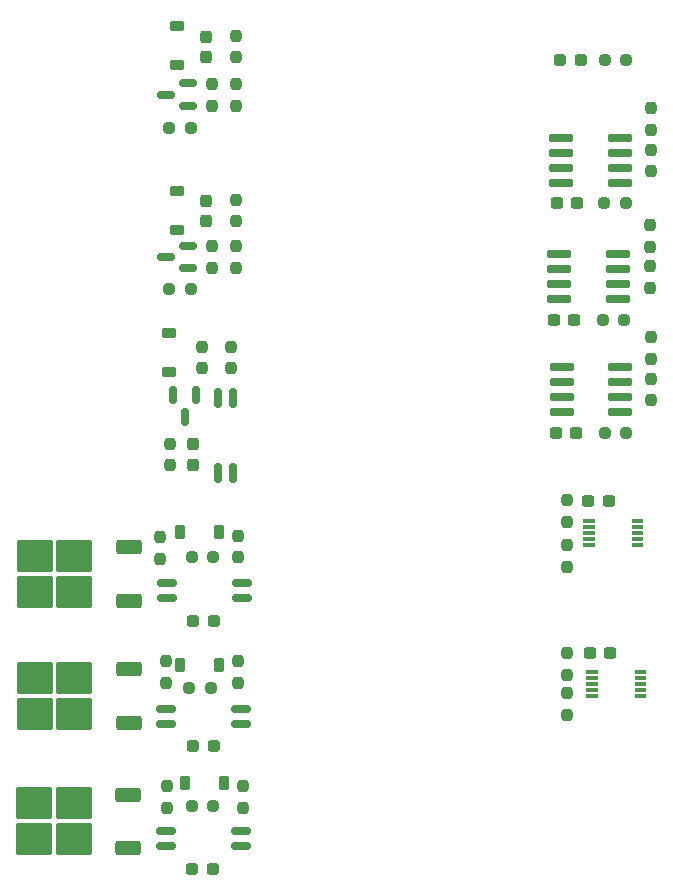
<source format=gbr>
%TF.GenerationSoftware,KiCad,Pcbnew,9.0.2*%
%TF.CreationDate,2025-06-04T00:53:43+07:00*%
%TF.ProjectId,VCU,5643552e-6b69-4636-9164-5f7063625858,rev?*%
%TF.SameCoordinates,Original*%
%TF.FileFunction,Paste,Top*%
%TF.FilePolarity,Positive*%
%FSLAX46Y46*%
G04 Gerber Fmt 4.6, Leading zero omitted, Abs format (unit mm)*
G04 Created by KiCad (PCBNEW 9.0.2) date 2025-06-04 00:53:43*
%MOMM*%
%LPD*%
G01*
G04 APERTURE LIST*
G04 Aperture macros list*
%AMRoundRect*
0 Rectangle with rounded corners*
0 $1 Rounding radius*
0 $2 $3 $4 $5 $6 $7 $8 $9 X,Y pos of 4 corners*
0 Add a 4 corners polygon primitive as box body*
4,1,4,$2,$3,$4,$5,$6,$7,$8,$9,$2,$3,0*
0 Add four circle primitives for the rounded corners*
1,1,$1+$1,$2,$3*
1,1,$1+$1,$4,$5*
1,1,$1+$1,$6,$7*
1,1,$1+$1,$8,$9*
0 Add four rect primitives between the rounded corners*
20,1,$1+$1,$2,$3,$4,$5,0*
20,1,$1+$1,$4,$5,$6,$7,0*
20,1,$1+$1,$6,$7,$8,$9,0*
20,1,$1+$1,$8,$9,$2,$3,0*%
G04 Aperture macros list end*
%ADD10C,0.010000*%
%ADD11RoundRect,0.237500X-0.237500X0.250000X-0.237500X-0.250000X0.237500X-0.250000X0.237500X0.250000X0*%
%ADD12RoundRect,0.150000X0.587500X0.150000X-0.587500X0.150000X-0.587500X-0.150000X0.587500X-0.150000X0*%
%ADD13RoundRect,0.250000X1.275000X1.125000X-1.275000X1.125000X-1.275000X-1.125000X1.275000X-1.125000X0*%
%ADD14RoundRect,0.250000X0.850000X0.350000X-0.850000X0.350000X-0.850000X-0.350000X0.850000X-0.350000X0*%
%ADD15RoundRect,0.237500X-0.287500X-0.237500X0.287500X-0.237500X0.287500X0.237500X-0.287500X0.237500X0*%
%ADD16RoundRect,0.150000X0.662500X0.150000X-0.662500X0.150000X-0.662500X-0.150000X0.662500X-0.150000X0*%
%ADD17RoundRect,0.237500X0.300000X0.237500X-0.300000X0.237500X-0.300000X-0.237500X0.300000X-0.237500X0*%
%ADD18RoundRect,0.237500X0.237500X-0.250000X0.237500X0.250000X-0.237500X0.250000X-0.237500X-0.250000X0*%
%ADD19RoundRect,0.225000X-0.375000X0.225000X-0.375000X-0.225000X0.375000X-0.225000X0.375000X0.225000X0*%
%ADD20RoundRect,0.237500X-0.250000X-0.237500X0.250000X-0.237500X0.250000X0.237500X-0.250000X0.237500X0*%
%ADD21RoundRect,0.237500X0.237500X-0.287500X0.237500X0.287500X-0.237500X0.287500X-0.237500X-0.287500X0*%
%ADD22RoundRect,0.075000X-0.910000X-0.225000X0.910000X-0.225000X0.910000X0.225000X-0.910000X0.225000X0*%
%ADD23RoundRect,0.237500X-0.237500X0.287500X-0.237500X-0.287500X0.237500X-0.287500X0.237500X0.287500X0*%
%ADD24RoundRect,0.237500X0.250000X0.237500X-0.250000X0.237500X-0.250000X-0.237500X0.250000X-0.237500X0*%
%ADD25RoundRect,0.237500X0.287500X0.237500X-0.287500X0.237500X-0.287500X-0.237500X0.287500X-0.237500X0*%
%ADD26RoundRect,0.150000X-0.150000X0.662500X-0.150000X-0.662500X0.150000X-0.662500X0.150000X0.662500X0*%
%ADD27RoundRect,0.225000X0.225000X0.375000X-0.225000X0.375000X-0.225000X-0.375000X0.225000X-0.375000X0*%
%ADD28RoundRect,0.237500X-0.300000X-0.237500X0.300000X-0.237500X0.300000X0.237500X-0.300000X0.237500X0*%
%ADD29RoundRect,0.150000X-0.150000X0.587500X-0.150000X-0.587500X0.150000X-0.587500X0.150000X0.587500X0*%
G04 APERTURE END LIST*
D10*
%TO.C,U1*%
X133575000Y-131125000D02*
X132696350Y-131125000D01*
X132696350Y-130873360D01*
X133575000Y-130873360D01*
X133575000Y-131125000D01*
G36*
X133575000Y-131125000D02*
G01*
X132696350Y-131125000D01*
X132696350Y-130873360D01*
X133575000Y-130873360D01*
X133575000Y-131125000D01*
G37*
X133575000Y-131625000D02*
X132698400Y-131625000D01*
X132698400Y-131374601D01*
X133575000Y-131374601D01*
X133575000Y-131625000D01*
G36*
X133575000Y-131625000D02*
G01*
X132698400Y-131625000D01*
X132698400Y-131374601D01*
X133575000Y-131374601D01*
X133575000Y-131625000D01*
G37*
X133575000Y-132125000D02*
X132699680Y-132125000D01*
X132699680Y-131874984D01*
X133575000Y-131874984D01*
X133575000Y-132125000D01*
G36*
X133575000Y-132125000D02*
G01*
X132699680Y-132125000D01*
X132699680Y-131874984D01*
X133575000Y-131874984D01*
X133575000Y-132125000D01*
G37*
X133575000Y-132625000D02*
X132696250Y-132625000D01*
X132696250Y-132375563D01*
X133575000Y-132375563D01*
X133575000Y-132625000D01*
G36*
X133575000Y-132625000D02*
G01*
X132696250Y-132625000D01*
X132696250Y-132375563D01*
X133575000Y-132375563D01*
X133575000Y-132625000D01*
G37*
X133575000Y-133125000D02*
X132699470Y-133125000D01*
X132699470Y-132875185D01*
X133575000Y-132875185D01*
X133575000Y-133125000D01*
G36*
X133575000Y-133125000D02*
G01*
X132699470Y-133125000D01*
X132699470Y-132875185D01*
X133575000Y-132875185D01*
X133575000Y-133125000D01*
G37*
X137700000Y-131625000D02*
X136825450Y-131625000D01*
X136825450Y-131374827D01*
X137700000Y-131374827D01*
X137700000Y-131625000D01*
G36*
X137700000Y-131625000D02*
G01*
X136825450Y-131625000D01*
X136825450Y-131374827D01*
X137700000Y-131374827D01*
X137700000Y-131625000D01*
G37*
X137700000Y-133125000D02*
X136825540Y-133125000D01*
X136825540Y-132875290D01*
X137700000Y-132875290D01*
X137700000Y-133125000D01*
G36*
X137700000Y-133125000D02*
G01*
X136825540Y-133125000D01*
X136825540Y-132875290D01*
X137700000Y-132875290D01*
X137700000Y-133125000D01*
G37*
X137700000Y-131125000D02*
X136825580Y-131125000D01*
X136825580Y-130874600D01*
X137700000Y-130874600D01*
X137700000Y-131125000D01*
G36*
X137700000Y-131125000D02*
G01*
X136825580Y-131125000D01*
X136825580Y-130874600D01*
X137700000Y-130874600D01*
X137700000Y-131125000D01*
G37*
X137700000Y-132125000D02*
X136826190Y-132125000D01*
X136826190Y-131874908D01*
X137700000Y-131874908D01*
X137700000Y-132125000D01*
G36*
X137700000Y-132125000D02*
G01*
X136826190Y-132125000D01*
X136826190Y-131874908D01*
X137700000Y-131874908D01*
X137700000Y-132125000D01*
G37*
X137700000Y-132625000D02*
X136827250Y-132625000D01*
X136827250Y-132375520D01*
X137700000Y-132375520D01*
X137700000Y-132625000D01*
G36*
X137700000Y-132625000D02*
G01*
X136827250Y-132625000D01*
X136827250Y-132375520D01*
X137700000Y-132375520D01*
X137700000Y-132625000D01*
G37*
%TO.C,U2*%
X133335000Y-118325000D02*
X132456350Y-118325000D01*
X132456350Y-118073360D01*
X133335000Y-118073360D01*
X133335000Y-118325000D01*
G36*
X133335000Y-118325000D02*
G01*
X132456350Y-118325000D01*
X132456350Y-118073360D01*
X133335000Y-118073360D01*
X133335000Y-118325000D01*
G37*
X133335000Y-118825000D02*
X132458400Y-118825000D01*
X132458400Y-118574601D01*
X133335000Y-118574601D01*
X133335000Y-118825000D01*
G36*
X133335000Y-118825000D02*
G01*
X132458400Y-118825000D01*
X132458400Y-118574601D01*
X133335000Y-118574601D01*
X133335000Y-118825000D01*
G37*
X133335000Y-119325000D02*
X132459680Y-119325000D01*
X132459680Y-119074984D01*
X133335000Y-119074984D01*
X133335000Y-119325000D01*
G36*
X133335000Y-119325000D02*
G01*
X132459680Y-119325000D01*
X132459680Y-119074984D01*
X133335000Y-119074984D01*
X133335000Y-119325000D01*
G37*
X133335000Y-119825000D02*
X132456250Y-119825000D01*
X132456250Y-119575563D01*
X133335000Y-119575563D01*
X133335000Y-119825000D01*
G36*
X133335000Y-119825000D02*
G01*
X132456250Y-119825000D01*
X132456250Y-119575563D01*
X133335000Y-119575563D01*
X133335000Y-119825000D01*
G37*
X133335000Y-120325000D02*
X132459470Y-120325000D01*
X132459470Y-120075185D01*
X133335000Y-120075185D01*
X133335000Y-120325000D01*
G36*
X133335000Y-120325000D02*
G01*
X132459470Y-120325000D01*
X132459470Y-120075185D01*
X133335000Y-120075185D01*
X133335000Y-120325000D01*
G37*
X137460000Y-118825000D02*
X136585450Y-118825000D01*
X136585450Y-118574827D01*
X137460000Y-118574827D01*
X137460000Y-118825000D01*
G36*
X137460000Y-118825000D02*
G01*
X136585450Y-118825000D01*
X136585450Y-118574827D01*
X137460000Y-118574827D01*
X137460000Y-118825000D01*
G37*
X137460000Y-120325000D02*
X136585540Y-120325000D01*
X136585540Y-120075290D01*
X137460000Y-120075290D01*
X137460000Y-120325000D01*
G36*
X137460000Y-120325000D02*
G01*
X136585540Y-120325000D01*
X136585540Y-120075290D01*
X137460000Y-120075290D01*
X137460000Y-120325000D01*
G37*
X137460000Y-118325000D02*
X136585580Y-118325000D01*
X136585580Y-118074600D01*
X137460000Y-118074600D01*
X137460000Y-118325000D01*
G36*
X137460000Y-118325000D02*
G01*
X136585580Y-118325000D01*
X136585580Y-118074600D01*
X137460000Y-118074600D01*
X137460000Y-118325000D01*
G37*
X137460000Y-119325000D02*
X136586190Y-119325000D01*
X136586190Y-119074908D01*
X137460000Y-119074908D01*
X137460000Y-119325000D01*
G36*
X137460000Y-119325000D02*
G01*
X136586190Y-119325000D01*
X136586190Y-119074908D01*
X137460000Y-119074908D01*
X137460000Y-119325000D01*
G37*
X137460000Y-119825000D02*
X136587250Y-119825000D01*
X136587250Y-119575520D01*
X137460000Y-119575520D01*
X137460000Y-119825000D01*
G36*
X137460000Y-119825000D02*
G01*
X136587250Y-119825000D01*
X136587250Y-119575520D01*
X137460000Y-119575520D01*
X137460000Y-119825000D01*
G37*
%TD*%
D11*
%TO.C,R25*%
X96600000Y-119600000D03*
X96600000Y-121425000D03*
%TD*%
%TO.C,R1*%
X138100000Y-96675000D03*
X138100000Y-98500000D03*
%TD*%
%TO.C,R30*%
X97450000Y-111687500D03*
X97450000Y-113512500D03*
%TD*%
D12*
%TO.C,Q2*%
X98962500Y-96822500D03*
X98962500Y-94922500D03*
X97087500Y-95872500D03*
%TD*%
D13*
%TO.C,Q4*%
X89375000Y-134597500D03*
X89375000Y-131547500D03*
X86025000Y-134597500D03*
X86025000Y-131547500D03*
D14*
X94000000Y-135352500D03*
X94000000Y-130792500D03*
%TD*%
D15*
%TO.C,D13*%
X130512500Y-79200000D03*
X132262500Y-79200000D03*
%TD*%
D16*
%TO.C,U8*%
X103587500Y-124735000D03*
X103587500Y-123465000D03*
X97212500Y-123465000D03*
X97212500Y-124735000D03*
%TD*%
D17*
%TO.C,C4*%
X134712500Y-129400000D03*
X132987500Y-129400000D03*
%TD*%
D18*
%TO.C,R33*%
X138200000Y-85100000D03*
X138200000Y-83275000D03*
%TD*%
D19*
%TO.C,D3*%
X98025000Y-76350000D03*
X98025000Y-79650000D03*
%TD*%
D11*
%TO.C,R24*%
X97200000Y-140687500D03*
X97200000Y-142512500D03*
%TD*%
%TO.C,R9*%
X131110000Y-120300000D03*
X131110000Y-122125000D03*
%TD*%
D12*
%TO.C,Q1*%
X98962500Y-83072500D03*
X98962500Y-81172500D03*
X97087500Y-82122500D03*
%TD*%
D16*
%TO.C,U7*%
X103487500Y-145735000D03*
X103487500Y-144465000D03*
X97112500Y-144465000D03*
X97112500Y-145735000D03*
%TD*%
D20*
%TO.C,R17*%
X97387500Y-85000000D03*
X99212500Y-85000000D03*
%TD*%
D21*
%TO.C,D1*%
X100525000Y-78972500D03*
X100525000Y-77222500D03*
%TD*%
D11*
%TO.C,R7*%
X131110000Y-132800000D03*
X131110000Y-134625000D03*
%TD*%
%TO.C,R23*%
X97100000Y-130087500D03*
X97100000Y-131912500D03*
%TD*%
D22*
%TO.C,BMS1*%
X130425000Y-95595000D03*
X130425000Y-96865000D03*
X130425000Y-98135000D03*
X130425000Y-99405000D03*
X135365000Y-99405000D03*
X135365000Y-98135000D03*
X135365000Y-96865000D03*
X135365000Y-95595000D03*
%TD*%
D11*
%TO.C,R13*%
X103025000Y-81247500D03*
X103025000Y-83072500D03*
%TD*%
D17*
%TO.C,C1*%
X131662500Y-101200000D03*
X129937500Y-101200000D03*
%TD*%
D11*
%TO.C,R20*%
X103600000Y-140687500D03*
X103600000Y-142512500D03*
%TD*%
D18*
%TO.C,R10*%
X131110000Y-118300000D03*
X131110000Y-116475000D03*
%TD*%
D16*
%TO.C,U6*%
X103487500Y-135435000D03*
X103487500Y-134165000D03*
X97112500Y-134165000D03*
X97112500Y-135435000D03*
%TD*%
D23*
%TO.C,D8*%
X99450000Y-111722500D03*
X99450000Y-113472500D03*
%TD*%
D24*
%TO.C,R27*%
X100912500Y-132400000D03*
X99087500Y-132400000D03*
%TD*%
%TO.C,R31*%
X136100000Y-79200000D03*
X134275000Y-79200000D03*
%TD*%
D18*
%TO.C,R32*%
X138100000Y-95000000D03*
X138100000Y-93175000D03*
%TD*%
D11*
%TO.C,R12*%
X103025000Y-91047500D03*
X103025000Y-92872500D03*
%TD*%
D22*
%TO.C,Display1*%
X130630000Y-105195000D03*
X130630000Y-106465000D03*
X130630000Y-107735000D03*
X130630000Y-109005000D03*
X135570000Y-109005000D03*
X135570000Y-107735000D03*
X135570000Y-106465000D03*
X135570000Y-105195000D03*
%TD*%
D24*
%TO.C,R2*%
X135912500Y-101200000D03*
X134087500Y-101200000D03*
%TD*%
D20*
%TO.C,R18*%
X97387500Y-98600000D03*
X99212500Y-98600000D03*
%TD*%
D24*
%TO.C,R29*%
X101112500Y-121300000D03*
X99287500Y-121300000D03*
%TD*%
D13*
%TO.C,Q6*%
X89300000Y-145197500D03*
X89300000Y-142147500D03*
X85950000Y-145197500D03*
X85950000Y-142147500D03*
D14*
X93925000Y-145952500D03*
X93925000Y-141392500D03*
%TD*%
D13*
%TO.C,Q5*%
X89375000Y-124252500D03*
X89375000Y-121202500D03*
X86025000Y-124252500D03*
X86025000Y-121202500D03*
D14*
X94000000Y-125007500D03*
X94000000Y-120447500D03*
%TD*%
D11*
%TO.C,R11*%
X103025000Y-77147500D03*
X103025000Y-78972500D03*
%TD*%
%TO.C,R26*%
X100200000Y-103487500D03*
X100200000Y-105312500D03*
%TD*%
D25*
%TO.C,D7*%
X101075000Y-147700000D03*
X99325000Y-147700000D03*
%TD*%
D19*
%TO.C,D4*%
X98025000Y-90322500D03*
X98025000Y-93622500D03*
%TD*%
D26*
%TO.C,U9*%
X102835000Y-107785000D03*
X101565000Y-107785000D03*
X101565000Y-114160000D03*
X102835000Y-114160000D03*
%TD*%
D24*
%TO.C,R6*%
X136095000Y-110750000D03*
X134270000Y-110750000D03*
%TD*%
D25*
%TO.C,D6*%
X101200000Y-126700000D03*
X99450000Y-126700000D03*
%TD*%
D17*
%TO.C,C5*%
X134610000Y-116500000D03*
X132885000Y-116500000D03*
%TD*%
D24*
%TO.C,R4*%
X136045000Y-91300000D03*
X134220000Y-91300000D03*
%TD*%
D11*
%TO.C,R22*%
X102600000Y-103487500D03*
X102600000Y-105312500D03*
%TD*%
D18*
%TO.C,R8*%
X131110000Y-131250000D03*
X131110000Y-129425000D03*
%TD*%
D11*
%TO.C,R5*%
X138200000Y-106187500D03*
X138200000Y-108012500D03*
%TD*%
D27*
%TO.C,D11*%
X101600000Y-119200000D03*
X98300000Y-119200000D03*
%TD*%
D28*
%TO.C,C2*%
X130220000Y-91300000D03*
X131945000Y-91300000D03*
%TD*%
D25*
%TO.C,D5*%
X101175000Y-137300000D03*
X99425000Y-137300000D03*
%TD*%
D29*
%TO.C,Q3*%
X99650000Y-107535000D03*
X97750000Y-107535000D03*
X98700000Y-109410000D03*
%TD*%
D18*
%TO.C,R34*%
X138200000Y-104500000D03*
X138200000Y-102675000D03*
%TD*%
D28*
%TO.C,C3*%
X130137500Y-110800000D03*
X131862500Y-110800000D03*
%TD*%
D11*
%TO.C,R15*%
X103025000Y-94960000D03*
X103025000Y-96785000D03*
%TD*%
D27*
%TO.C,D10*%
X101650000Y-130400000D03*
X98350000Y-130400000D03*
%TD*%
D19*
%TO.C,D9*%
X97400000Y-102350000D03*
X97400000Y-105650000D03*
%TD*%
D11*
%TO.C,R19*%
X103200000Y-130087500D03*
X103200000Y-131912500D03*
%TD*%
%TO.C,R21*%
X103200000Y-119475000D03*
X103200000Y-121300000D03*
%TD*%
D27*
%TO.C,D12*%
X102000000Y-140400000D03*
X98700000Y-140400000D03*
%TD*%
D21*
%TO.C,D2*%
X100525000Y-92872500D03*
X100525000Y-91122500D03*
%TD*%
D22*
%TO.C,ECU1*%
X130580000Y-85795000D03*
X130580000Y-87065000D03*
X130580000Y-88335000D03*
X130580000Y-89605000D03*
X135520000Y-89605000D03*
X135520000Y-88335000D03*
X135520000Y-87065000D03*
X135520000Y-85795000D03*
%TD*%
D18*
%TO.C,R14*%
X101025000Y-83072500D03*
X101025000Y-81247500D03*
%TD*%
%TO.C,R16*%
X101025000Y-96785000D03*
X101025000Y-94960000D03*
%TD*%
D24*
%TO.C,R28*%
X101112500Y-142400000D03*
X99287500Y-142400000D03*
%TD*%
D11*
%TO.C,R3*%
X138200000Y-86787500D03*
X138200000Y-88612500D03*
%TD*%
M02*

</source>
